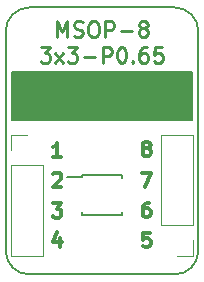
<source format=gbr>
G04 #@! TF.GenerationSoftware,KiCad,Pcbnew,5.1.4-e60b266~84~ubuntu19.04.1*
G04 #@! TF.CreationDate,2019-08-10T10:30:13+03:00*
G04 #@! TF.ProjectId,BRK-MSOP-8-3x3-P0.65,42524b2d-4d53-44f5-902d-382d3378332d,v1.1*
G04 #@! TF.SameCoordinates,Original*
G04 #@! TF.FileFunction,Legend,Top*
G04 #@! TF.FilePolarity,Positive*
%FSLAX46Y46*%
G04 Gerber Fmt 4.6, Leading zero omitted, Abs format (unit mm)*
G04 Created by KiCad (PCBNEW 5.1.4-e60b266~84~ubuntu19.04.1) date 2019-08-10 10:30:13*
%MOMM*%
%LPD*%
G04 APERTURE LIST*
%ADD10C,0.300000*%
%ADD11C,0.150000*%
%ADD12C,0.250000*%
%ADD13C,0.120000*%
G04 APERTURE END LIST*
D10*
X55595000Y-67492857D02*
X55595000Y-68292857D01*
X55309285Y-67035714D02*
X55023571Y-67892857D01*
X55766428Y-67892857D01*
X63219285Y-67092857D02*
X62647857Y-67092857D01*
X62590714Y-67664285D01*
X62647857Y-67607142D01*
X62762142Y-67550000D01*
X63047857Y-67550000D01*
X63162142Y-67607142D01*
X63219285Y-67664285D01*
X63276428Y-67778571D01*
X63276428Y-68064285D01*
X63219285Y-68178571D01*
X63162142Y-68235714D01*
X63047857Y-68292857D01*
X62762142Y-68292857D01*
X62647857Y-68235714D01*
X62590714Y-68178571D01*
D11*
X53000000Y-70600000D02*
G75*
G02X51000000Y-68600000I0J2000000D01*
G01*
X67300000Y-68600000D02*
G75*
G02X65300000Y-70600000I-2000000J0D01*
G01*
X65300000Y-48000000D02*
G75*
G02X67300000Y-50000000I0J-2000000D01*
G01*
X51000000Y-50000000D02*
G75*
G02X53000000Y-48000000I2000000J0D01*
G01*
D10*
X63162142Y-64542857D02*
X62933571Y-64542857D01*
X62819285Y-64600000D01*
X62762142Y-64657142D01*
X62647857Y-64828571D01*
X62590714Y-65057142D01*
X62590714Y-65514285D01*
X62647857Y-65628571D01*
X62705000Y-65685714D01*
X62819285Y-65742857D01*
X63047857Y-65742857D01*
X63162142Y-65685714D01*
X63219285Y-65628571D01*
X63276428Y-65514285D01*
X63276428Y-65228571D01*
X63219285Y-65114285D01*
X63162142Y-65057142D01*
X63047857Y-65000000D01*
X62819285Y-65000000D01*
X62705000Y-65057142D01*
X62647857Y-65114285D01*
X62590714Y-65228571D01*
X62533571Y-62042857D02*
X63333571Y-62042857D01*
X62819285Y-63242857D01*
X62819285Y-59907142D02*
X62705000Y-59850000D01*
X62647857Y-59792857D01*
X62590714Y-59678571D01*
X62590714Y-59621428D01*
X62647857Y-59507142D01*
X62705000Y-59450000D01*
X62819285Y-59392857D01*
X63047857Y-59392857D01*
X63162142Y-59450000D01*
X63219285Y-59507142D01*
X63276428Y-59621428D01*
X63276428Y-59678571D01*
X63219285Y-59792857D01*
X63162142Y-59850000D01*
X63047857Y-59907142D01*
X62819285Y-59907142D01*
X62705000Y-59964285D01*
X62647857Y-60021428D01*
X62590714Y-60135714D01*
X62590714Y-60364285D01*
X62647857Y-60478571D01*
X62705000Y-60535714D01*
X62819285Y-60592857D01*
X63047857Y-60592857D01*
X63162142Y-60535714D01*
X63219285Y-60478571D01*
X63276428Y-60364285D01*
X63276428Y-60135714D01*
X63219285Y-60021428D01*
X63162142Y-59964285D01*
X63047857Y-59907142D01*
X54966428Y-64592857D02*
X55709285Y-64592857D01*
X55309285Y-65050000D01*
X55480714Y-65050000D01*
X55595000Y-65107142D01*
X55652142Y-65164285D01*
X55709285Y-65278571D01*
X55709285Y-65564285D01*
X55652142Y-65678571D01*
X55595000Y-65735714D01*
X55480714Y-65792857D01*
X55137857Y-65792857D01*
X55023571Y-65735714D01*
X54966428Y-65678571D01*
X55023571Y-62107142D02*
X55080714Y-62050000D01*
X55195000Y-61992857D01*
X55480714Y-61992857D01*
X55595000Y-62050000D01*
X55652142Y-62107142D01*
X55709285Y-62221428D01*
X55709285Y-62335714D01*
X55652142Y-62507142D01*
X54966428Y-63192857D01*
X55709285Y-63192857D01*
X55709285Y-60642857D02*
X55023571Y-60642857D01*
X55366428Y-60642857D02*
X55366428Y-59442857D01*
X55252142Y-59614285D01*
X55137857Y-59728571D01*
X55023571Y-59785714D01*
D11*
X65300000Y-70600000D02*
X53000000Y-70600000D01*
G36*
X66800000Y-57500000D02*
G01*
X51500000Y-57500000D01*
X51500000Y-53500000D01*
X66800000Y-53500000D01*
X66800000Y-57500000D01*
G37*
X66800000Y-57500000D02*
X51500000Y-57500000D01*
X51500000Y-53500000D01*
X66800000Y-53500000D01*
X66800000Y-57500000D01*
X67300000Y-50000000D02*
X67300000Y-68600000D01*
D12*
X55342857Y-50488095D02*
X55342857Y-49188095D01*
X55776190Y-50116666D01*
X56209523Y-49188095D01*
X56209523Y-50488095D01*
X56766666Y-50426190D02*
X56952380Y-50488095D01*
X57261904Y-50488095D01*
X57385714Y-50426190D01*
X57447619Y-50364285D01*
X57509523Y-50240476D01*
X57509523Y-50116666D01*
X57447619Y-49992857D01*
X57385714Y-49930952D01*
X57261904Y-49869047D01*
X57014285Y-49807142D01*
X56890476Y-49745238D01*
X56828571Y-49683333D01*
X56766666Y-49559523D01*
X56766666Y-49435714D01*
X56828571Y-49311904D01*
X56890476Y-49250000D01*
X57014285Y-49188095D01*
X57323809Y-49188095D01*
X57509523Y-49250000D01*
X58314285Y-49188095D02*
X58561904Y-49188095D01*
X58685714Y-49250000D01*
X58809523Y-49373809D01*
X58871428Y-49621428D01*
X58871428Y-50054761D01*
X58809523Y-50302380D01*
X58685714Y-50426190D01*
X58561904Y-50488095D01*
X58314285Y-50488095D01*
X58190476Y-50426190D01*
X58066666Y-50302380D01*
X58004761Y-50054761D01*
X58004761Y-49621428D01*
X58066666Y-49373809D01*
X58190476Y-49250000D01*
X58314285Y-49188095D01*
X59428571Y-50488095D02*
X59428571Y-49188095D01*
X59923809Y-49188095D01*
X60047619Y-49250000D01*
X60109523Y-49311904D01*
X60171428Y-49435714D01*
X60171428Y-49621428D01*
X60109523Y-49745238D01*
X60047619Y-49807142D01*
X59923809Y-49869047D01*
X59428571Y-49869047D01*
X60728571Y-49992857D02*
X61719047Y-49992857D01*
X62523809Y-49745238D02*
X62400000Y-49683333D01*
X62338095Y-49621428D01*
X62276190Y-49497619D01*
X62276190Y-49435714D01*
X62338095Y-49311904D01*
X62400000Y-49250000D01*
X62523809Y-49188095D01*
X62771428Y-49188095D01*
X62895238Y-49250000D01*
X62957142Y-49311904D01*
X63019047Y-49435714D01*
X63019047Y-49497619D01*
X62957142Y-49621428D01*
X62895238Y-49683333D01*
X62771428Y-49745238D01*
X62523809Y-49745238D01*
X62400000Y-49807142D01*
X62338095Y-49869047D01*
X62276190Y-49992857D01*
X62276190Y-50240476D01*
X62338095Y-50364285D01*
X62400000Y-50426190D01*
X62523809Y-50488095D01*
X62771428Y-50488095D01*
X62895238Y-50426190D01*
X62957142Y-50364285D01*
X63019047Y-50240476D01*
X63019047Y-49992857D01*
X62957142Y-49869047D01*
X62895238Y-49807142D01*
X62771428Y-49745238D01*
X53950000Y-51388095D02*
X54754761Y-51388095D01*
X54321428Y-51883333D01*
X54507142Y-51883333D01*
X54630952Y-51945238D01*
X54692857Y-52007142D01*
X54754761Y-52130952D01*
X54754761Y-52440476D01*
X54692857Y-52564285D01*
X54630952Y-52626190D01*
X54507142Y-52688095D01*
X54135714Y-52688095D01*
X54011904Y-52626190D01*
X53950000Y-52564285D01*
X55188095Y-52688095D02*
X55869047Y-51821428D01*
X55188095Y-51821428D02*
X55869047Y-52688095D01*
X56240476Y-51388095D02*
X57045238Y-51388095D01*
X56611904Y-51883333D01*
X56797619Y-51883333D01*
X56921428Y-51945238D01*
X56983333Y-52007142D01*
X57045238Y-52130952D01*
X57045238Y-52440476D01*
X56983333Y-52564285D01*
X56921428Y-52626190D01*
X56797619Y-52688095D01*
X56426190Y-52688095D01*
X56302380Y-52626190D01*
X56240476Y-52564285D01*
X57602380Y-52192857D02*
X58592857Y-52192857D01*
X59211904Y-52688095D02*
X59211904Y-51388095D01*
X59707142Y-51388095D01*
X59830952Y-51450000D01*
X59892857Y-51511904D01*
X59954761Y-51635714D01*
X59954761Y-51821428D01*
X59892857Y-51945238D01*
X59830952Y-52007142D01*
X59707142Y-52069047D01*
X59211904Y-52069047D01*
X60759523Y-51388095D02*
X60883333Y-51388095D01*
X61007142Y-51450000D01*
X61069047Y-51511904D01*
X61130952Y-51635714D01*
X61192857Y-51883333D01*
X61192857Y-52192857D01*
X61130952Y-52440476D01*
X61069047Y-52564285D01*
X61007142Y-52626190D01*
X60883333Y-52688095D01*
X60759523Y-52688095D01*
X60635714Y-52626190D01*
X60573809Y-52564285D01*
X60511904Y-52440476D01*
X60450000Y-52192857D01*
X60450000Y-51883333D01*
X60511904Y-51635714D01*
X60573809Y-51511904D01*
X60635714Y-51450000D01*
X60759523Y-51388095D01*
X61750000Y-52564285D02*
X61811904Y-52626190D01*
X61750000Y-52688095D01*
X61688095Y-52626190D01*
X61750000Y-52564285D01*
X61750000Y-52688095D01*
X62926190Y-51388095D02*
X62678571Y-51388095D01*
X62554761Y-51450000D01*
X62492857Y-51511904D01*
X62369047Y-51697619D01*
X62307142Y-51945238D01*
X62307142Y-52440476D01*
X62369047Y-52564285D01*
X62430952Y-52626190D01*
X62554761Y-52688095D01*
X62802380Y-52688095D01*
X62926190Y-52626190D01*
X62988095Y-52564285D01*
X63050000Y-52440476D01*
X63050000Y-52130952D01*
X62988095Y-52007142D01*
X62926190Y-51945238D01*
X62802380Y-51883333D01*
X62554761Y-51883333D01*
X62430952Y-51945238D01*
X62369047Y-52007142D01*
X62307142Y-52130952D01*
X64226190Y-51388095D02*
X63607142Y-51388095D01*
X63545238Y-52007142D01*
X63607142Y-51945238D01*
X63730952Y-51883333D01*
X64040476Y-51883333D01*
X64164285Y-51945238D01*
X64226190Y-52007142D01*
X64288095Y-52130952D01*
X64288095Y-52440476D01*
X64226190Y-52564285D01*
X64164285Y-52626190D01*
X64040476Y-52688095D01*
X63730952Y-52688095D01*
X63607142Y-52626190D01*
X63545238Y-52564285D01*
D11*
X53000000Y-48000000D02*
X65300000Y-48000000D01*
X51000000Y-68600000D02*
X51000000Y-50000000D01*
X57475000Y-62370000D02*
X56225000Y-62370000D01*
X57475000Y-65545000D02*
X60825000Y-65545000D01*
X57475000Y-62195000D02*
X60825000Y-62195000D01*
X57475000Y-65545000D02*
X57475000Y-65295000D01*
X60825000Y-65545000D02*
X60825000Y-65295000D01*
X60825000Y-62195000D02*
X60825000Y-62445000D01*
X57475000Y-62195000D02*
X57475000Y-62370000D01*
D13*
X66830000Y-69050000D02*
X65500000Y-69050000D01*
X66830000Y-67720000D02*
X66830000Y-69050000D01*
X66830000Y-66450000D02*
X64170000Y-66450000D01*
X64170000Y-66450000D02*
X64170000Y-58770000D01*
X66830000Y-66450000D02*
X66830000Y-58770000D01*
X66830000Y-58770000D02*
X64170000Y-58770000D01*
X51470000Y-58770000D02*
X52800000Y-58770000D01*
X51470000Y-60100000D02*
X51470000Y-58770000D01*
X51470000Y-61370000D02*
X54130000Y-61370000D01*
X54130000Y-61370000D02*
X54130000Y-69050000D01*
X51470000Y-61370000D02*
X51470000Y-69050000D01*
X51470000Y-69050000D02*
X54130000Y-69050000D01*
M02*

</source>
